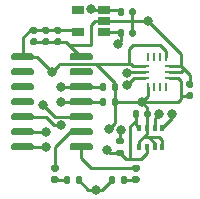
<source format=gbr>
%TF.GenerationSoftware,KiCad,Pcbnew,(5.1.7)-1*%
%TF.CreationDate,2021-04-19T22:56:07+02:00*%
%TF.ProjectId,TMA,544d412e-6b69-4636-9164-5f7063625858,rev?*%
%TF.SameCoordinates,Original*%
%TF.FileFunction,Copper,L1,Top*%
%TF.FilePolarity,Positive*%
%FSLAX46Y46*%
G04 Gerber Fmt 4.6, Leading zero omitted, Abs format (unit mm)*
G04 Created by KiCad (PCBNEW (5.1.7)-1) date 2021-04-19 22:56:07*
%MOMM*%
%LPD*%
G01*
G04 APERTURE LIST*
%TA.AperFunction,SMDPad,CuDef*%
%ADD10R,1.060000X0.650000*%
%TD*%
%TA.AperFunction,SMDPad,CuDef*%
%ADD11R,0.250000X0.675000*%
%TD*%
%TA.AperFunction,SMDPad,CuDef*%
%ADD12R,0.675000X0.250000*%
%TD*%
%TA.AperFunction,SMDPad,CuDef*%
%ADD13R,0.350000X0.500000*%
%TD*%
%TA.AperFunction,ViaPad*%
%ADD14C,0.800000*%
%TD*%
%TA.AperFunction,Conductor*%
%ADD15C,0.250000*%
%TD*%
G04 APERTURE END LIST*
D10*
%TO.P,U4,5*%
%TO.N,+3V3*%
X73576000Y-44130000D03*
%TO.P,U4,4*%
%TO.N,Net-(U4-Pad4)*%
X73576000Y-42230000D03*
%TO.P,U4,3*%
%TO.N,Net-(C4-Pad1)*%
X75776000Y-42230000D03*
%TO.P,U4,2*%
%TO.N,GND*%
X75776000Y-43180000D03*
%TO.P,U4,1*%
%TO.N,Net-(C4-Pad1)*%
X75776000Y-44130000D03*
%TD*%
%TO.P,U3,14*%
%TO.N,GND*%
%TA.AperFunction,SMDPad,CuDef*%
G36*
G01*
X72874000Y-46378000D02*
X72874000Y-46078000D01*
G75*
G02*
X73024000Y-45928000I150000J0D01*
G01*
X74674000Y-45928000D01*
G75*
G02*
X74824000Y-46078000I0J-150000D01*
G01*
X74824000Y-46378000D01*
G75*
G02*
X74674000Y-46528000I-150000J0D01*
G01*
X73024000Y-46528000D01*
G75*
G02*
X72874000Y-46378000I0J150000D01*
G01*
G37*
%TD.AperFunction*%
%TO.P,U3,13*%
%TO.N,Net-(U3-Pad13)*%
%TA.AperFunction,SMDPad,CuDef*%
G36*
G01*
X72874000Y-47648000D02*
X72874000Y-47348000D01*
G75*
G02*
X73024000Y-47198000I150000J0D01*
G01*
X74674000Y-47198000D01*
G75*
G02*
X74824000Y-47348000I0J-150000D01*
G01*
X74824000Y-47648000D01*
G75*
G02*
X74674000Y-47798000I-150000J0D01*
G01*
X73024000Y-47798000D01*
G75*
G02*
X72874000Y-47648000I0J150000D01*
G01*
G37*
%TD.AperFunction*%
%TO.P,U3,12*%
%TO.N,SCL*%
%TA.AperFunction,SMDPad,CuDef*%
G36*
G01*
X72874000Y-48918000D02*
X72874000Y-48618000D01*
G75*
G02*
X73024000Y-48468000I150000J0D01*
G01*
X74674000Y-48468000D01*
G75*
G02*
X74824000Y-48618000I0J-150000D01*
G01*
X74824000Y-48918000D01*
G75*
G02*
X74674000Y-49068000I-150000J0D01*
G01*
X73024000Y-49068000D01*
G75*
G02*
X72874000Y-48918000I0J150000D01*
G01*
G37*
%TD.AperFunction*%
%TO.P,U3,11*%
%TO.N,SDA*%
%TA.AperFunction,SMDPad,CuDef*%
G36*
G01*
X72874000Y-50188000D02*
X72874000Y-49888000D01*
G75*
G02*
X73024000Y-49738000I150000J0D01*
G01*
X74674000Y-49738000D01*
G75*
G02*
X74824000Y-49888000I0J-150000D01*
G01*
X74824000Y-50188000D01*
G75*
G02*
X74674000Y-50338000I-150000J0D01*
G01*
X73024000Y-50338000D01*
G75*
G02*
X72874000Y-50188000I0J150000D01*
G01*
G37*
%TD.AperFunction*%
%TO.P,U3,10*%
%TO.N,UPDI*%
%TA.AperFunction,SMDPad,CuDef*%
G36*
G01*
X72874000Y-51458000D02*
X72874000Y-51158000D01*
G75*
G02*
X73024000Y-51008000I150000J0D01*
G01*
X74674000Y-51008000D01*
G75*
G02*
X74824000Y-51158000I0J-150000D01*
G01*
X74824000Y-51458000D01*
G75*
G02*
X74674000Y-51608000I-150000J0D01*
G01*
X73024000Y-51608000D01*
G75*
G02*
X72874000Y-51458000I0J150000D01*
G01*
G37*
%TD.AperFunction*%
%TO.P,U3,9*%
%TO.N,LED0*%
%TA.AperFunction,SMDPad,CuDef*%
G36*
G01*
X72874000Y-52728000D02*
X72874000Y-52428000D01*
G75*
G02*
X73024000Y-52278000I150000J0D01*
G01*
X74674000Y-52278000D01*
G75*
G02*
X74824000Y-52428000I0J-150000D01*
G01*
X74824000Y-52728000D01*
G75*
G02*
X74674000Y-52878000I-150000J0D01*
G01*
X73024000Y-52878000D01*
G75*
G02*
X72874000Y-52728000I0J150000D01*
G01*
G37*
%TD.AperFunction*%
%TO.P,U3,8*%
%TO.N,LED1*%
%TA.AperFunction,SMDPad,CuDef*%
G36*
G01*
X72874000Y-53998000D02*
X72874000Y-53698000D01*
G75*
G02*
X73024000Y-53548000I150000J0D01*
G01*
X74674000Y-53548000D01*
G75*
G02*
X74824000Y-53698000I0J-150000D01*
G01*
X74824000Y-53998000D01*
G75*
G02*
X74674000Y-54148000I-150000J0D01*
G01*
X73024000Y-54148000D01*
G75*
G02*
X72874000Y-53998000I0J150000D01*
G01*
G37*
%TD.AperFunction*%
%TO.P,U3,7*%
%TO.N,TXD*%
%TA.AperFunction,SMDPad,CuDef*%
G36*
G01*
X67924000Y-53998000D02*
X67924000Y-53698000D01*
G75*
G02*
X68074000Y-53548000I150000J0D01*
G01*
X69724000Y-53548000D01*
G75*
G02*
X69874000Y-53698000I0J-150000D01*
G01*
X69874000Y-53998000D01*
G75*
G02*
X69724000Y-54148000I-150000J0D01*
G01*
X68074000Y-54148000D01*
G75*
G02*
X67924000Y-53998000I0J150000D01*
G01*
G37*
%TD.AperFunction*%
%TO.P,U3,6*%
%TO.N,RXD*%
%TA.AperFunction,SMDPad,CuDef*%
G36*
G01*
X67924000Y-52728000D02*
X67924000Y-52428000D01*
G75*
G02*
X68074000Y-52278000I150000J0D01*
G01*
X69724000Y-52278000D01*
G75*
G02*
X69874000Y-52428000I0J-150000D01*
G01*
X69874000Y-52728000D01*
G75*
G02*
X69724000Y-52878000I-150000J0D01*
G01*
X68074000Y-52878000D01*
G75*
G02*
X67924000Y-52728000I0J150000D01*
G01*
G37*
%TD.AperFunction*%
%TO.P,U3,5*%
%TO.N,MODE*%
%TA.AperFunction,SMDPad,CuDef*%
G36*
G01*
X67924000Y-51458000D02*
X67924000Y-51158000D01*
G75*
G02*
X68074000Y-51008000I150000J0D01*
G01*
X69724000Y-51008000D01*
G75*
G02*
X69874000Y-51158000I0J-150000D01*
G01*
X69874000Y-51458000D01*
G75*
G02*
X69724000Y-51608000I-150000J0D01*
G01*
X68074000Y-51608000D01*
G75*
G02*
X67924000Y-51458000I0J150000D01*
G01*
G37*
%TD.AperFunction*%
%TO.P,U3,4*%
%TO.N,Net-(U3-Pad4)*%
%TA.AperFunction,SMDPad,CuDef*%
G36*
G01*
X67924000Y-50188000D02*
X67924000Y-49888000D01*
G75*
G02*
X68074000Y-49738000I150000J0D01*
G01*
X69724000Y-49738000D01*
G75*
G02*
X69874000Y-49888000I0J-150000D01*
G01*
X69874000Y-50188000D01*
G75*
G02*
X69724000Y-50338000I-150000J0D01*
G01*
X68074000Y-50338000D01*
G75*
G02*
X67924000Y-50188000I0J150000D01*
G01*
G37*
%TD.AperFunction*%
%TO.P,U3,3*%
%TO.N,Net-(U3-Pad3)*%
%TA.AperFunction,SMDPad,CuDef*%
G36*
G01*
X67924000Y-48918000D02*
X67924000Y-48618000D01*
G75*
G02*
X68074000Y-48468000I150000J0D01*
G01*
X69724000Y-48468000D01*
G75*
G02*
X69874000Y-48618000I0J-150000D01*
G01*
X69874000Y-48918000D01*
G75*
G02*
X69724000Y-49068000I-150000J0D01*
G01*
X68074000Y-49068000D01*
G75*
G02*
X67924000Y-48918000I0J150000D01*
G01*
G37*
%TD.AperFunction*%
%TO.P,U3,2*%
%TO.N,Net-(U3-Pad2)*%
%TA.AperFunction,SMDPad,CuDef*%
G36*
G01*
X67924000Y-47648000D02*
X67924000Y-47348000D01*
G75*
G02*
X68074000Y-47198000I150000J0D01*
G01*
X69724000Y-47198000D01*
G75*
G02*
X69874000Y-47348000I0J-150000D01*
G01*
X69874000Y-47648000D01*
G75*
G02*
X69724000Y-47798000I-150000J0D01*
G01*
X68074000Y-47798000D01*
G75*
G02*
X67924000Y-47648000I0J150000D01*
G01*
G37*
%TD.AperFunction*%
%TO.P,U3,1*%
%TO.N,+3V3*%
%TA.AperFunction,SMDPad,CuDef*%
G36*
G01*
X67924000Y-46378000D02*
X67924000Y-46078000D01*
G75*
G02*
X68074000Y-45928000I150000J0D01*
G01*
X69724000Y-45928000D01*
G75*
G02*
X69874000Y-46078000I0J-150000D01*
G01*
X69874000Y-46378000D01*
G75*
G02*
X69724000Y-46528000I-150000J0D01*
G01*
X68074000Y-46528000D01*
G75*
G02*
X67924000Y-46378000I0J150000D01*
G01*
G37*
%TD.AperFunction*%
%TD*%
D11*
%TO.P,U2,11*%
%TO.N,Net-(U2-Pad11)*%
X79514000Y-46235500D03*
%TO.P,U2,10*%
%TO.N,Net-(U2-Pad10)*%
X80014000Y-46235500D03*
%TO.P,U2,9*%
%TO.N,Net-(U2-Pad9)*%
X80514000Y-46235500D03*
%TO.P,U2,8*%
%TO.N,+3V3*%
X81014000Y-46235500D03*
%TO.P,U2,4*%
%TO.N,Net-(U2-Pad4)*%
X81014000Y-48760500D03*
%TO.P,U2,3*%
%TO.N,Net-(U2-Pad3)*%
X80514000Y-48760500D03*
%TO.P,U2,2*%
%TO.N,Net-(U2-Pad2)*%
X80014000Y-48760500D03*
%TO.P,U2,1*%
%TO.N,+3V3*%
X79514000Y-48760500D03*
D12*
%TO.P,U2,7*%
%TO.N,GND*%
X81276500Y-46998000D03*
%TO.P,U2,6*%
X81276500Y-47498000D03*
%TO.P,U2,5*%
%TO.N,+3V3*%
X81276500Y-47998000D03*
%TO.P,U2,12*%
X79251500Y-46998000D03*
%TO.P,U2,14*%
%TO.N,SDA*%
X79251500Y-47998000D03*
%TO.P,U2,13*%
%TO.N,SCL*%
X79251500Y-47498000D03*
%TD*%
D13*
%TO.P,U1,8*%
%TO.N,+3V3*%
X78781000Y-53886000D03*
%TO.P,U1,2*%
X79431000Y-52286000D03*
%TO.P,U1,3*%
%TO.N,SDA*%
X80081000Y-52286000D03*
%TO.P,U1,4*%
%TO.N,SCL*%
X80731000Y-52286000D03*
%TO.P,U1,7*%
%TO.N,GND*%
X79431000Y-53886000D03*
%TO.P,U1,6*%
%TO.N,+3V3*%
X80081000Y-53886000D03*
%TO.P,U1,5*%
X80731000Y-53886000D03*
%TO.P,U1,1*%
%TO.N,GND*%
X78781000Y-52286000D03*
%TD*%
%TO.P,R5,2*%
%TO.N,SDA*%
%TA.AperFunction,SMDPad,CuDef*%
G36*
G01*
X75960000Y-49853000D02*
X75960000Y-50223000D01*
G75*
G02*
X75825000Y-50358000I-135000J0D01*
G01*
X75555000Y-50358000D01*
G75*
G02*
X75420000Y-50223000I0J135000D01*
G01*
X75420000Y-49853000D01*
G75*
G02*
X75555000Y-49718000I135000J0D01*
G01*
X75825000Y-49718000D01*
G75*
G02*
X75960000Y-49853000I0J-135000D01*
G01*
G37*
%TD.AperFunction*%
%TO.P,R5,1*%
%TO.N,+3V3*%
%TA.AperFunction,SMDPad,CuDef*%
G36*
G01*
X76980000Y-49853000D02*
X76980000Y-50223000D01*
G75*
G02*
X76845000Y-50358000I-135000J0D01*
G01*
X76575000Y-50358000D01*
G75*
G02*
X76440000Y-50223000I0J135000D01*
G01*
X76440000Y-49853000D01*
G75*
G02*
X76575000Y-49718000I135000J0D01*
G01*
X76845000Y-49718000D01*
G75*
G02*
X76980000Y-49853000I0J-135000D01*
G01*
G37*
%TD.AperFunction*%
%TD*%
%TO.P,R4,2*%
%TO.N,SCL*%
%TA.AperFunction,SMDPad,CuDef*%
G36*
G01*
X75960000Y-48583000D02*
X75960000Y-48953000D01*
G75*
G02*
X75825000Y-49088000I-135000J0D01*
G01*
X75555000Y-49088000D01*
G75*
G02*
X75420000Y-48953000I0J135000D01*
G01*
X75420000Y-48583000D01*
G75*
G02*
X75555000Y-48448000I135000J0D01*
G01*
X75825000Y-48448000D01*
G75*
G02*
X75960000Y-48583000I0J-135000D01*
G01*
G37*
%TD.AperFunction*%
%TO.P,R4,1*%
%TO.N,+3V3*%
%TA.AperFunction,SMDPad,CuDef*%
G36*
G01*
X76980000Y-48583000D02*
X76980000Y-48953000D01*
G75*
G02*
X76845000Y-49088000I-135000J0D01*
G01*
X76575000Y-49088000D01*
G75*
G02*
X76440000Y-48953000I0J135000D01*
G01*
X76440000Y-48583000D01*
G75*
G02*
X76575000Y-48448000I135000J0D01*
G01*
X76845000Y-48448000D01*
G75*
G02*
X76980000Y-48583000I0J-135000D01*
G01*
G37*
%TD.AperFunction*%
%TD*%
%TO.P,R3,2*%
%TO.N,Net-(D4-Pad1)*%
%TA.AperFunction,SMDPad,CuDef*%
G36*
G01*
X77202000Y-56827000D02*
X77202000Y-56457000D01*
G75*
G02*
X77337000Y-56322000I135000J0D01*
G01*
X77607000Y-56322000D01*
G75*
G02*
X77742000Y-56457000I0J-135000D01*
G01*
X77742000Y-56827000D01*
G75*
G02*
X77607000Y-56962000I-135000J0D01*
G01*
X77337000Y-56962000D01*
G75*
G02*
X77202000Y-56827000I0J135000D01*
G01*
G37*
%TD.AperFunction*%
%TO.P,R3,1*%
%TO.N,GND*%
%TA.AperFunction,SMDPad,CuDef*%
G36*
G01*
X76182000Y-56827000D02*
X76182000Y-56457000D01*
G75*
G02*
X76317000Y-56322000I135000J0D01*
G01*
X76587000Y-56322000D01*
G75*
G02*
X76722000Y-56457000I0J-135000D01*
G01*
X76722000Y-56827000D01*
G75*
G02*
X76587000Y-56962000I-135000J0D01*
G01*
X76317000Y-56962000D01*
G75*
G02*
X76182000Y-56827000I0J135000D01*
G01*
G37*
%TD.AperFunction*%
%TD*%
%TO.P,R2,2*%
%TO.N,Net-(D3-Pad1)*%
%TA.AperFunction,SMDPad,CuDef*%
G36*
G01*
X72912000Y-56457000D02*
X72912000Y-56827000D01*
G75*
G02*
X72777000Y-56962000I-135000J0D01*
G01*
X72507000Y-56962000D01*
G75*
G02*
X72372000Y-56827000I0J135000D01*
G01*
X72372000Y-56457000D01*
G75*
G02*
X72507000Y-56322000I135000J0D01*
G01*
X72777000Y-56322000D01*
G75*
G02*
X72912000Y-56457000I0J-135000D01*
G01*
G37*
%TD.AperFunction*%
%TO.P,R2,1*%
%TO.N,GND*%
%TA.AperFunction,SMDPad,CuDef*%
G36*
G01*
X73932000Y-56457000D02*
X73932000Y-56827000D01*
G75*
G02*
X73797000Y-56962000I-135000J0D01*
G01*
X73527000Y-56962000D01*
G75*
G02*
X73392000Y-56827000I0J135000D01*
G01*
X73392000Y-56457000D01*
G75*
G02*
X73527000Y-56322000I135000J0D01*
G01*
X73797000Y-56322000D01*
G75*
G02*
X73932000Y-56457000I0J-135000D01*
G01*
G37*
%TD.AperFunction*%
%TD*%
%TO.P,R1,2*%
%TO.N,MODE*%
%TA.AperFunction,SMDPad,CuDef*%
G36*
G01*
X77350200Y-53608000D02*
X76980200Y-53608000D01*
G75*
G02*
X76845200Y-53473000I0J135000D01*
G01*
X76845200Y-53203000D01*
G75*
G02*
X76980200Y-53068000I135000J0D01*
G01*
X77350200Y-53068000D01*
G75*
G02*
X77485200Y-53203000I0J-135000D01*
G01*
X77485200Y-53473000D01*
G75*
G02*
X77350200Y-53608000I-135000J0D01*
G01*
G37*
%TD.AperFunction*%
%TO.P,R1,1*%
%TO.N,GND*%
%TA.AperFunction,SMDPad,CuDef*%
G36*
G01*
X77350200Y-54628000D02*
X76980200Y-54628000D01*
G75*
G02*
X76845200Y-54493000I0J135000D01*
G01*
X76845200Y-54223000D01*
G75*
G02*
X76980200Y-54088000I135000J0D01*
G01*
X77350200Y-54088000D01*
G75*
G02*
X77485200Y-54223000I0J-135000D01*
G01*
X77485200Y-54493000D01*
G75*
G02*
X77350200Y-54628000I-135000J0D01*
G01*
G37*
%TD.AperFunction*%
%TD*%
%TO.P,D4,2*%
%TO.N,LED1*%
%TA.AperFunction,SMDPad,CuDef*%
G36*
G01*
X78658500Y-55944000D02*
X78313500Y-55944000D01*
G75*
G02*
X78166000Y-55796500I0J147500D01*
G01*
X78166000Y-55501500D01*
G75*
G02*
X78313500Y-55354000I147500J0D01*
G01*
X78658500Y-55354000D01*
G75*
G02*
X78806000Y-55501500I0J-147500D01*
G01*
X78806000Y-55796500D01*
G75*
G02*
X78658500Y-55944000I-147500J0D01*
G01*
G37*
%TD.AperFunction*%
%TO.P,D4,1*%
%TO.N,Net-(D4-Pad1)*%
%TA.AperFunction,SMDPad,CuDef*%
G36*
G01*
X78658500Y-56914000D02*
X78313500Y-56914000D01*
G75*
G02*
X78166000Y-56766500I0J147500D01*
G01*
X78166000Y-56471500D01*
G75*
G02*
X78313500Y-56324000I147500J0D01*
G01*
X78658500Y-56324000D01*
G75*
G02*
X78806000Y-56471500I0J-147500D01*
G01*
X78806000Y-56766500D01*
G75*
G02*
X78658500Y-56914000I-147500J0D01*
G01*
G37*
%TD.AperFunction*%
%TD*%
%TO.P,D3,2*%
%TO.N,LED0*%
%TA.AperFunction,SMDPad,CuDef*%
G36*
G01*
X71800500Y-55944000D02*
X71455500Y-55944000D01*
G75*
G02*
X71308000Y-55796500I0J147500D01*
G01*
X71308000Y-55501500D01*
G75*
G02*
X71455500Y-55354000I147500J0D01*
G01*
X71800500Y-55354000D01*
G75*
G02*
X71948000Y-55501500I0J-147500D01*
G01*
X71948000Y-55796500D01*
G75*
G02*
X71800500Y-55944000I-147500J0D01*
G01*
G37*
%TD.AperFunction*%
%TO.P,D3,1*%
%TO.N,Net-(D3-Pad1)*%
%TA.AperFunction,SMDPad,CuDef*%
G36*
G01*
X71800500Y-56914000D02*
X71455500Y-56914000D01*
G75*
G02*
X71308000Y-56766500I0J147500D01*
G01*
X71308000Y-56471500D01*
G75*
G02*
X71455500Y-56324000I147500J0D01*
G01*
X71800500Y-56324000D01*
G75*
G02*
X71948000Y-56471500I0J-147500D01*
G01*
X71948000Y-56766500D01*
G75*
G02*
X71800500Y-56914000I-147500J0D01*
G01*
G37*
%TD.AperFunction*%
%TD*%
%TO.P,C7,2*%
%TO.N,GND*%
%TA.AperFunction,SMDPad,CuDef*%
G36*
G01*
X71712000Y-44650000D02*
X72052000Y-44650000D01*
G75*
G02*
X72192000Y-44790000I0J-140000D01*
G01*
X72192000Y-45070000D01*
G75*
G02*
X72052000Y-45210000I-140000J0D01*
G01*
X71712000Y-45210000D01*
G75*
G02*
X71572000Y-45070000I0J140000D01*
G01*
X71572000Y-44790000D01*
G75*
G02*
X71712000Y-44650000I140000J0D01*
G01*
G37*
%TD.AperFunction*%
%TO.P,C7,1*%
%TO.N,+3V3*%
%TA.AperFunction,SMDPad,CuDef*%
G36*
G01*
X71712000Y-43690000D02*
X72052000Y-43690000D01*
G75*
G02*
X72192000Y-43830000I0J-140000D01*
G01*
X72192000Y-44110000D01*
G75*
G02*
X72052000Y-44250000I-140000J0D01*
G01*
X71712000Y-44250000D01*
G75*
G02*
X71572000Y-44110000I0J140000D01*
G01*
X71572000Y-43830000D01*
G75*
G02*
X71712000Y-43690000I140000J0D01*
G01*
G37*
%TD.AperFunction*%
%TD*%
%TO.P,C6,2*%
%TO.N,GND*%
%TA.AperFunction,SMDPad,CuDef*%
G36*
G01*
X70696000Y-44650000D02*
X71036000Y-44650000D01*
G75*
G02*
X71176000Y-44790000I0J-140000D01*
G01*
X71176000Y-45070000D01*
G75*
G02*
X71036000Y-45210000I-140000J0D01*
G01*
X70696000Y-45210000D01*
G75*
G02*
X70556000Y-45070000I0J140000D01*
G01*
X70556000Y-44790000D01*
G75*
G02*
X70696000Y-44650000I140000J0D01*
G01*
G37*
%TD.AperFunction*%
%TO.P,C6,1*%
%TO.N,+3V3*%
%TA.AperFunction,SMDPad,CuDef*%
G36*
G01*
X70696000Y-43690000D02*
X71036000Y-43690000D01*
G75*
G02*
X71176000Y-43830000I0J-140000D01*
G01*
X71176000Y-44110000D01*
G75*
G02*
X71036000Y-44250000I-140000J0D01*
G01*
X70696000Y-44250000D01*
G75*
G02*
X70556000Y-44110000I0J140000D01*
G01*
X70556000Y-43830000D01*
G75*
G02*
X70696000Y-43690000I140000J0D01*
G01*
G37*
%TD.AperFunction*%
%TD*%
%TO.P,C5,2*%
%TO.N,GND*%
%TA.AperFunction,SMDPad,CuDef*%
G36*
G01*
X77924000Y-42588000D02*
X77924000Y-42248000D01*
G75*
G02*
X78064000Y-42108000I140000J0D01*
G01*
X78344000Y-42108000D01*
G75*
G02*
X78484000Y-42248000I0J-140000D01*
G01*
X78484000Y-42588000D01*
G75*
G02*
X78344000Y-42728000I-140000J0D01*
G01*
X78064000Y-42728000D01*
G75*
G02*
X77924000Y-42588000I0J140000D01*
G01*
G37*
%TD.AperFunction*%
%TO.P,C5,1*%
%TO.N,Net-(C4-Pad1)*%
%TA.AperFunction,SMDPad,CuDef*%
G36*
G01*
X76964000Y-42588000D02*
X76964000Y-42248000D01*
G75*
G02*
X77104000Y-42108000I140000J0D01*
G01*
X77384000Y-42108000D01*
G75*
G02*
X77524000Y-42248000I0J-140000D01*
G01*
X77524000Y-42588000D01*
G75*
G02*
X77384000Y-42728000I-140000J0D01*
G01*
X77104000Y-42728000D01*
G75*
G02*
X76964000Y-42588000I0J140000D01*
G01*
G37*
%TD.AperFunction*%
%TD*%
%TO.P,C4,2*%
%TO.N,GND*%
%TA.AperFunction,SMDPad,CuDef*%
G36*
G01*
X77924000Y-44366000D02*
X77924000Y-44026000D01*
G75*
G02*
X78064000Y-43886000I140000J0D01*
G01*
X78344000Y-43886000D01*
G75*
G02*
X78484000Y-44026000I0J-140000D01*
G01*
X78484000Y-44366000D01*
G75*
G02*
X78344000Y-44506000I-140000J0D01*
G01*
X78064000Y-44506000D01*
G75*
G02*
X77924000Y-44366000I0J140000D01*
G01*
G37*
%TD.AperFunction*%
%TO.P,C4,1*%
%TO.N,Net-(C4-Pad1)*%
%TA.AperFunction,SMDPad,CuDef*%
G36*
G01*
X76964000Y-44366000D02*
X76964000Y-44026000D01*
G75*
G02*
X77104000Y-43886000I140000J0D01*
G01*
X77384000Y-43886000D01*
G75*
G02*
X77524000Y-44026000I0J-140000D01*
G01*
X77524000Y-44366000D01*
G75*
G02*
X77384000Y-44506000I-140000J0D01*
G01*
X77104000Y-44506000D01*
G75*
G02*
X76964000Y-44366000I0J140000D01*
G01*
G37*
%TD.AperFunction*%
%TD*%
%TO.P,C3,2*%
%TO.N,GND*%
%TA.AperFunction,SMDPad,CuDef*%
G36*
G01*
X69680000Y-44650000D02*
X70020000Y-44650000D01*
G75*
G02*
X70160000Y-44790000I0J-140000D01*
G01*
X70160000Y-45070000D01*
G75*
G02*
X70020000Y-45210000I-140000J0D01*
G01*
X69680000Y-45210000D01*
G75*
G02*
X69540000Y-45070000I0J140000D01*
G01*
X69540000Y-44790000D01*
G75*
G02*
X69680000Y-44650000I140000J0D01*
G01*
G37*
%TD.AperFunction*%
%TO.P,C3,1*%
%TO.N,+3V3*%
%TA.AperFunction,SMDPad,CuDef*%
G36*
G01*
X69680000Y-43690000D02*
X70020000Y-43690000D01*
G75*
G02*
X70160000Y-43830000I0J-140000D01*
G01*
X70160000Y-44110000D01*
G75*
G02*
X70020000Y-44250000I-140000J0D01*
G01*
X69680000Y-44250000D01*
G75*
G02*
X69540000Y-44110000I0J140000D01*
G01*
X69540000Y-43830000D01*
G75*
G02*
X69680000Y-43690000I140000J0D01*
G01*
G37*
%TD.AperFunction*%
%TD*%
%TO.P,C2,2*%
%TO.N,GND*%
%TA.AperFunction,SMDPad,CuDef*%
G36*
G01*
X83228000Y-48822000D02*
X82888000Y-48822000D01*
G75*
G02*
X82748000Y-48682000I0J140000D01*
G01*
X82748000Y-48402000D01*
G75*
G02*
X82888000Y-48262000I140000J0D01*
G01*
X83228000Y-48262000D01*
G75*
G02*
X83368000Y-48402000I0J-140000D01*
G01*
X83368000Y-48682000D01*
G75*
G02*
X83228000Y-48822000I-140000J0D01*
G01*
G37*
%TD.AperFunction*%
%TO.P,C2,1*%
%TO.N,+3V3*%
%TA.AperFunction,SMDPad,CuDef*%
G36*
G01*
X83228000Y-49782000D02*
X82888000Y-49782000D01*
G75*
G02*
X82748000Y-49642000I0J140000D01*
G01*
X82748000Y-49362000D01*
G75*
G02*
X82888000Y-49222000I140000J0D01*
G01*
X83228000Y-49222000D01*
G75*
G02*
X83368000Y-49362000I0J-140000D01*
G01*
X83368000Y-49642000D01*
G75*
G02*
X83228000Y-49782000I-140000J0D01*
G01*
G37*
%TD.AperFunction*%
%TD*%
%TO.P,C1,2*%
%TO.N,GND*%
%TA.AperFunction,SMDPad,CuDef*%
G36*
G01*
X78794000Y-50884000D02*
X78794000Y-51224000D01*
G75*
G02*
X78654000Y-51364000I-140000J0D01*
G01*
X78374000Y-51364000D01*
G75*
G02*
X78234000Y-51224000I0J140000D01*
G01*
X78234000Y-50884000D01*
G75*
G02*
X78374000Y-50744000I140000J0D01*
G01*
X78654000Y-50744000D01*
G75*
G02*
X78794000Y-50884000I0J-140000D01*
G01*
G37*
%TD.AperFunction*%
%TO.P,C1,1*%
%TO.N,+3V3*%
%TA.AperFunction,SMDPad,CuDef*%
G36*
G01*
X79754000Y-50884000D02*
X79754000Y-51224000D01*
G75*
G02*
X79614000Y-51364000I-140000J0D01*
G01*
X79334000Y-51364000D01*
G75*
G02*
X79194000Y-51224000I0J140000D01*
G01*
X79194000Y-50884000D01*
G75*
G02*
X79334000Y-50744000I140000J0D01*
G01*
X79614000Y-50744000D01*
G75*
G02*
X79754000Y-50884000I0J-140000D01*
G01*
G37*
%TD.AperFunction*%
%TD*%
D14*
%TO.N,GND*%
X79502000Y-43180000D03*
X75082400Y-57454800D03*
X76047600Y-54102000D03*
%TO.N,+3V3*%
X71374000Y-47498000D03*
X78994000Y-50038000D03*
X76200000Y-52324000D03*
%TO.N,SDA*%
X77740614Y-48584517D03*
X72136000Y-50038000D03*
X80432387Y-51054000D03*
%TO.N,SCL*%
X72136000Y-48768000D03*
X77737633Y-47562192D03*
X81584800Y-51053982D03*
%TO.N,Net-(C4-Pad1)*%
X74706002Y-42164000D03*
X76962000Y-45161201D03*
%TO.N,UPDI*%
X70612000Y-50292000D03*
%TO.N,MODE*%
X72136000Y-52033000D03*
X77194508Y-52428685D03*
%TO.N,RXD*%
X70866000Y-52578000D03*
%TO.N,TXD*%
X70866000Y-53848000D03*
%TD*%
D15*
%TO.N,GND*%
X69850000Y-44930000D02*
X70866000Y-44930000D01*
X70866000Y-44930000D02*
X71882000Y-44930000D01*
X71882000Y-44930000D02*
X72551000Y-44930000D01*
X75804000Y-43208000D02*
X75776000Y-43180000D01*
X78204000Y-43208000D02*
X75804000Y-43208000D01*
X78204000Y-42418000D02*
X78204000Y-43208000D01*
X78204000Y-43208000D02*
X78204000Y-44196000D01*
X74996000Y-43180000D02*
X74676000Y-43500000D01*
X75776000Y-43180000D02*
X74996000Y-43180000D01*
X79474000Y-43208000D02*
X79502000Y-43180000D01*
X78204000Y-43208000D02*
X79474000Y-43208000D01*
X82304000Y-46998000D02*
X82550000Y-47244000D01*
X81276500Y-46998000D02*
X82304000Y-46998000D01*
X82296000Y-47498000D02*
X82550000Y-47244000D01*
X81276500Y-47498000D02*
X82296000Y-47498000D01*
X83058000Y-47752000D02*
X83058000Y-48542000D01*
X82550000Y-47244000D02*
X83058000Y-47752000D01*
X78514000Y-52019000D02*
X78781000Y-52286000D01*
X78514000Y-51054000D02*
X78514000Y-51590000D01*
X78514000Y-51590000D02*
X78514000Y-52019000D01*
X82304000Y-45982000D02*
X79502000Y-43180000D01*
X82304000Y-46998000D02*
X82304000Y-45982000D01*
X74676000Y-44958000D02*
X74676000Y-45212000D01*
X74676000Y-43500000D02*
X74676000Y-44958000D01*
X72898000Y-45212000D02*
X72865500Y-45244500D01*
X74676000Y-45212000D02*
X72898000Y-45212000D01*
X72865500Y-45244500D02*
X73849000Y-46228000D01*
X72551000Y-44930000D02*
X72865500Y-45244500D01*
X78953000Y-54864000D02*
X79431000Y-54386000D01*
X77978000Y-54864000D02*
X78953000Y-54864000D01*
X79431000Y-54386000D02*
X79431000Y-53886000D01*
X77671200Y-54864000D02*
X77165200Y-54358000D01*
X77978000Y-54864000D02*
X77671200Y-54864000D01*
X76303600Y-54358000D02*
X76047600Y-54102000D01*
X77165200Y-54358000D02*
X76303600Y-54358000D01*
X75639200Y-57454800D02*
X76452000Y-56642000D01*
X75082400Y-57454800D02*
X75639200Y-57454800D01*
X74474800Y-57454800D02*
X73662000Y-56642000D01*
X75082400Y-57454800D02*
X74474800Y-57454800D01*
X78514000Y-51590000D02*
X77978000Y-52126000D01*
X77978000Y-52126000D02*
X77978000Y-54864000D01*
%TO.N,+3V3*%
X76710000Y-50038000D02*
X76710000Y-48768000D01*
X69850000Y-43970000D02*
X70866000Y-43970000D01*
X70866000Y-43970000D02*
X71882000Y-43970000D01*
X73416000Y-43970000D02*
X73576000Y-44130000D01*
X71882000Y-43970000D02*
X73416000Y-43970000D01*
X68899000Y-44611000D02*
X68899000Y-46228000D01*
X69540000Y-43970000D02*
X68899000Y-44611000D01*
X69850000Y-43970000D02*
X69540000Y-43970000D01*
X76710000Y-48448000D02*
X75115010Y-46853010D01*
X75115010Y-46853010D02*
X71999010Y-46853010D01*
X76710000Y-48768000D02*
X76710000Y-48448000D01*
X79431000Y-52736000D02*
X79431000Y-52286000D01*
X78781000Y-53886000D02*
X78781000Y-53386000D01*
X80081000Y-53525998D02*
X80081000Y-53886000D01*
X79164500Y-53002500D02*
X79557502Y-53002500D01*
X78781000Y-53386000D02*
X79164500Y-53002500D01*
X79557502Y-53002500D02*
X80081000Y-53525998D01*
X79164500Y-53002500D02*
X79431000Y-52736000D01*
X79557502Y-53002500D02*
X80434500Y-53002500D01*
X80731000Y-53299000D02*
X80731000Y-53886000D01*
X80434500Y-53002500D02*
X80731000Y-53299000D01*
X75115010Y-46853010D02*
X77587010Y-46853010D01*
X78246443Y-46998000D02*
X78085634Y-46837191D01*
X79251500Y-46998000D02*
X78246443Y-46998000D01*
X77876809Y-46837191D02*
X77876809Y-45567191D01*
X78085634Y-46837191D02*
X77876809Y-46837191D01*
X77876809Y-46837191D02*
X77587010Y-46837191D01*
X77876809Y-45567191D02*
X78232000Y-45212000D01*
X81014000Y-45687998D02*
X81014000Y-46235500D01*
X80538002Y-45212000D02*
X81014000Y-45687998D01*
X78232000Y-45212000D02*
X80538002Y-45212000D01*
X79514000Y-48760500D02*
X79514000Y-49518000D01*
X78994000Y-50038000D02*
X76710000Y-50038000D01*
X79514000Y-49518000D02*
X78994000Y-50038000D01*
X82034000Y-47998000D02*
X81276500Y-47998000D01*
X82296000Y-48260000D02*
X82034000Y-47998000D01*
X82042000Y-50038000D02*
X82296000Y-49784000D01*
X82324000Y-49502000D02*
X82296000Y-49530000D01*
X83058000Y-49502000D02*
X82324000Y-49502000D01*
X82296000Y-49530000D02*
X82296000Y-48260000D01*
X82296000Y-49784000D02*
X82296000Y-49530000D01*
X80744000Y-50066000D02*
X80772000Y-50038000D01*
X80772000Y-50038000D02*
X82042000Y-50038000D01*
X78994000Y-50038000D02*
X80772000Y-50038000D01*
X79474000Y-52243000D02*
X79431000Y-52286000D01*
X79474000Y-51054000D02*
X79474000Y-52243000D01*
X79474000Y-50518000D02*
X78994000Y-50038000D01*
X79474000Y-51054000D02*
X79474000Y-50518000D01*
X71999010Y-46872990D02*
X71999010Y-46853010D01*
X71374000Y-47498000D02*
X71999010Y-46872990D01*
X71374000Y-47498000D02*
X70104000Y-46228000D01*
X70104000Y-46228000D02*
X68899000Y-46228000D01*
X76710000Y-51814000D02*
X76200000Y-52324000D01*
X76710000Y-50038000D02*
X76710000Y-51814000D01*
%TO.N,SDA*%
X73849000Y-50038000D02*
X75690000Y-50038000D01*
X78327131Y-47998000D02*
X77740614Y-48584517D01*
X79251500Y-47998000D02*
X78327131Y-47998000D01*
X73849000Y-50038000D02*
X72136000Y-50038000D01*
X80081000Y-51405387D02*
X80432387Y-51054000D01*
X80081000Y-52286000D02*
X80081000Y-51405387D01*
%TO.N,SCL*%
X73849000Y-48768000D02*
X75690000Y-48768000D01*
X77801825Y-47498000D02*
X79251500Y-47498000D01*
X77737633Y-47562192D02*
X77801825Y-47498000D01*
X73849000Y-48768000D02*
X72136000Y-48768000D01*
X81584800Y-51432200D02*
X81584800Y-51053982D01*
X80731000Y-52286000D02*
X81584800Y-51432200D01*
%TO.N,Net-(C4-Pad1)*%
X77056000Y-42230000D02*
X77244000Y-42418000D01*
X75776000Y-42230000D02*
X77056000Y-42230000D01*
X77178000Y-44130000D02*
X77244000Y-44196000D01*
X75776000Y-44130000D02*
X77178000Y-44130000D01*
X74772002Y-42230000D02*
X74706002Y-42164000D01*
X75776000Y-42230000D02*
X74772002Y-42230000D01*
X77244000Y-44196000D02*
X77244000Y-44879201D01*
X77244000Y-44879201D02*
X76962000Y-45161201D01*
%TO.N,UPDI*%
X71628000Y-51308000D02*
X73849000Y-51308000D01*
X70612000Y-50292000D02*
X71628000Y-51308000D01*
%TO.N,LED0*%
X72874000Y-52578000D02*
X73849000Y-52578000D01*
X71628000Y-53824000D02*
X72874000Y-52578000D01*
X71628000Y-55649000D02*
X71628000Y-53824000D01*
%TO.N,Net-(D3-Pad1)*%
X72619000Y-56619000D02*
X72642000Y-56642000D01*
X71628000Y-56619000D02*
X72619000Y-56619000D01*
%TO.N,LED1*%
X73849000Y-53848000D02*
X73849000Y-54799000D01*
X74699000Y-55649000D02*
X78486000Y-55649000D01*
X73849000Y-54799000D02*
X74699000Y-55649000D01*
%TO.N,Net-(D4-Pad1)*%
X78463000Y-56642000D02*
X78486000Y-56619000D01*
X77472000Y-56642000D02*
X78463000Y-56642000D01*
%TO.N,MODE*%
X70845315Y-51308000D02*
X68899000Y-51308000D01*
X71570315Y-52033000D02*
X70845315Y-51308000D01*
X72136000Y-52033000D02*
X71570315Y-52033000D01*
X77165200Y-52457993D02*
X77194508Y-52428685D01*
X77165200Y-53338000D02*
X77165200Y-52457993D01*
%TO.N,RXD*%
X70866000Y-52578000D02*
X68899000Y-52578000D01*
%TO.N,TXD*%
X70866000Y-53848000D02*
X68899000Y-53848000D01*
%TD*%
M02*

</source>
